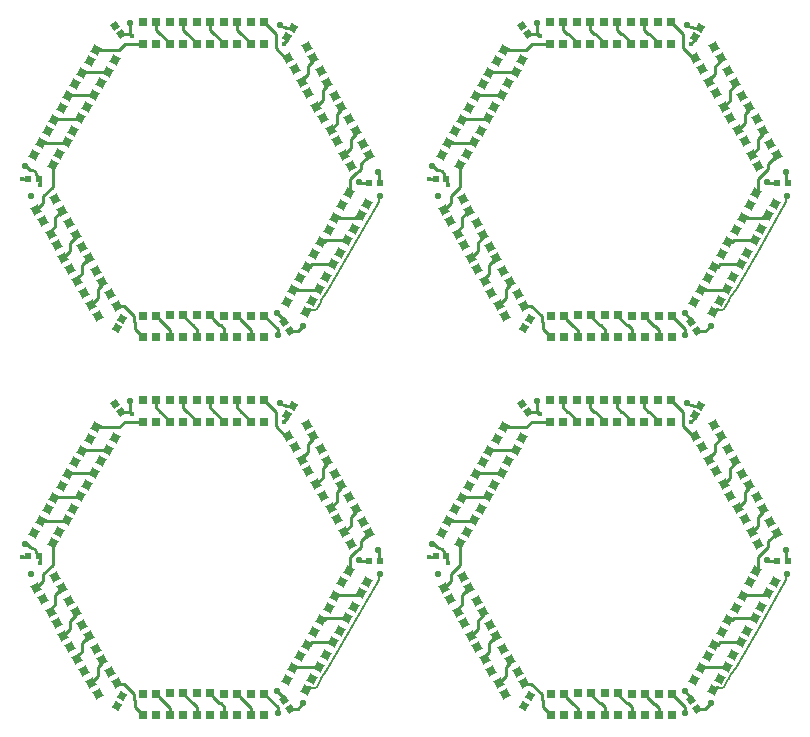
<source format=gbr>
G04 CAM350 V9.5.1 (Build 211) Date:  Sun Feb 09 09:32:50 2025 *
G04 Database: G:\2025-02-01  ºÏÆ´  ºÚÄ¤\2025-02-01-116\1.cam *
G04 Layer 3: GTL *
%FSLAX35Y35*%
%MOIN*%
%SFA1.000B1.000*%

%MIA0B0*%
%IPPOS*%
%AMD15*
4,1,4,0.01667,0.00447,-0.00447,0.01667,-0.01667,-0.00447,0.00447,-0.01667,0.01667,0.00447,0.00000*
%
%AMD16*
4,1,4,0.00300,0.01700,-0.01700,0.00300,-0.00300,-0.01700,0.01700,-0.00300,0.00300,0.01700,0.00000*
%
%AMD17*
4,1,4,0.01882,0.00504,-0.00504,0.01882,-0.01882,-0.00504,0.00504,-0.01882,0.01882,0.00504,0.00000*
%
%AMD18*
4,1,4,0.00504,0.01882,-0.01882,0.00504,-0.00504,-0.01882,0.01882,-0.00504,0.00504,0.01882,0.00000*
%
%AMOCTAGOND29*
4,1,8,0.00492,0.00984,-0.00492,0.00984,-0.00984,0.00492,-0.00984,-0.00492,-0.00492,-0.00984,0.00492,-0.00984,0.00984,-0.00492,0.00984,0.00492,0.00492,0.00984,0.00000*
%
%AMOCTAGOND30*
4,1,8,-0.00606,0.00918,-0.01099,0.00066,-0.00918,-0.00606,-0.00066,-0.01099,0.00606,-0.00918,0.01099,-0.00066,0.00918,0.00606,0.00066,0.01099,-0.00606,0.00918,0.00000*
%
%AMOCTAGOND31*
4,1,8,0.01089,0.00161,0.00524,0.00968,-0.00161,0.01089,-0.00968,0.00524,-0.01089,-0.00161,-0.00524,-0.00968,0.00161,-0.01089,0.00968,-0.00524,0.01089,0.00161,0.00000*
%
%ADD70C,0.00500*%
%ADD71C,0.01575*%
%ADD24C,0.01000*%
%ADD44R,0.02756X0.02756*%
%ADD45D15*%
%ADD46D16*%
%ADD47D17*%
%ADD48D18*%
%ADD49R,0.02441X0.02441*%
%ADD50OCTAGOND29*%
%ADD51OCTAGOND30*%
%ADD52OCTAGOND31*%
%LNGTL*%
%LPD*%
G54D70*
X121314Y44052D03*
G54D44*
X106600Y41963D03*
Y34759D03*
X102269D03*
Y41963D03*
X93244D03*
Y34759D03*
X97575D03*
Y41963D03*
X106431Y132695D03*
Y139900D03*
X102100D03*
Y132695D03*
X93100D03*
Y139900D03*
X97431D03*
Y132695D03*
X88431D03*
Y139900D03*
X84100D03*
Y132695D03*
X75100D03*
Y139900D03*
X79431D03*
Y132695D03*
X70431D03*
Y139900D03*
X66100D03*
Y132695D03*
X70500Y41963D03*
Y34759D03*
X66169D03*
Y41963D03*
X79525Y42064D03*
Y34859D03*
X75194D03*
Y42064D03*
X88550D03*
Y34859D03*
X84219D03*
Y42064D03*
G54D45*
X59186Y41034D03*
X57414Y37966D03*
X114314Y134866D03*
X116086Y137934D03*
G54D46*
X113084Y39851D03*
X115116Y36949D03*
X58716Y135749D03*
X56684Y138651D03*
G54D47*
X116264Y50430D03*
X122504Y46828D03*
X120339Y43077D03*
X114099Y46679D03*
X120765Y58330D03*
X127004Y54728D03*
X124839Y50977D03*
X118599Y54580D03*
X125464Y66430D03*
X131704Y62828D03*
X129539Y59077D03*
X123299Y62679D03*
X130165Y74430D03*
X136404Y70828D03*
X134239Y67077D03*
X127999Y70679D03*
X134736Y82788D03*
X140976Y79185D03*
X138810Y75435D03*
X132571Y79037D03*
X54592Y123354D03*
X48352Y126957D03*
X50518Y130707D03*
X56757Y127105D03*
X52057Y119405D03*
X45818Y123007D03*
X43652Y119257D03*
X49892Y115655D03*
X45292Y107755D03*
X39052Y111357D03*
X41218Y115107D03*
X47457Y111505D03*
X42893Y103693D03*
X36654Y107295D03*
X34489Y103545D03*
X40728Y99942D03*
X36092Y92054D03*
X29852Y95657D03*
X32018Y99407D03*
X38257Y95805D03*
G54D48*
X133193Y95709D03*
X139432Y99311D03*
X141598Y95561D03*
X135358Y91958D03*
X128693Y103809D03*
X134932Y107411D03*
X137098Y103661D03*
X130858Y100058D03*
X123893Y111709D03*
X130132Y115311D03*
X132298Y111561D03*
X126058Y107958D03*
X119128Y119842D03*
X125368Y123445D03*
X127533Y119694D03*
X121293Y116092D03*
X114493Y127909D03*
X120732Y131511D03*
X122898Y127761D03*
X116658Y124158D03*
X36863Y80793D03*
X30623Y77190D03*
X32789Y73440D03*
X39028Y77042D03*
X43728Y69042D03*
X37489Y65440D03*
X35323Y69190D03*
X41563Y72793D03*
X45863Y64893D03*
X39623Y61290D03*
X41789Y57540D03*
X48028Y61142D03*
X52628Y53242D03*
X46389Y49640D03*
X44223Y53390D03*
X50463Y56993D03*
X55198Y49126D03*
X48959Y45524D03*
X51124Y41773D03*
X57363Y45376D03*
G54D49*
X31400Y87700D03*
X27857D03*
X141628Y86100D03*
X145172D03*
G54D50*
X111680Y138955D03*
X119500Y38700D03*
X144500Y90000D03*
X111000Y35400D03*
X110900Y43000D03*
X26700Y92000D03*
X61800Y139500D03*
X28700Y81900D03*
G54D51*
X145000D03*
G54D52*
X138200Y86444D03*
G54D71*
X28700Y81900D03*
X56684Y138651D03*
X138200Y86444D03*
X144500Y90000D03*
X113000Y132400D03*
X59186Y41034D03*
X119500Y38700D03*
X110900Y43000D03*
X56757Y127105D03*
X52057Y119405D03*
X47536Y111493D03*
X42893Y103693D03*
X38257Y95805D03*
X37489Y65440D03*
X36863Y80793D03*
X41563Y72793D03*
X45863Y64893D03*
X50463Y56993D03*
X55198Y49126D03*
X66169Y41963D03*
X75194Y42064D03*
X84219D03*
X93244Y41963D03*
X102269D03*
X114099Y46679D03*
X118599Y54580D03*
X123299Y62679D03*
X127999Y70679D03*
X132799Y78579D03*
X135358Y91958D03*
X130858Y100058D03*
X126058Y107958D03*
X121293Y116092D03*
X116658Y124158D03*
X106431Y132695D03*
X97431D03*
X88431D03*
X79486Y132618D03*
X70431Y132695D03*
X62500Y135200D03*
X25712Y87500D03*
X31863Y85540D03*
X134932Y107411D03*
X139432Y99311D03*
X120732Y131511D03*
X125368Y123445D03*
X39052Y111357D03*
X43652Y119257D03*
X116086Y137934D03*
X57414Y37966D03*
X106600Y34759D03*
X97575D03*
X88550Y34859D03*
X79525D03*
X70500Y34759D03*
X51124Y41773D03*
X46389Y49640D03*
X41789Y57540D03*
X32789Y73440D03*
X29852Y95657D03*
X34489Y103545D03*
X48352Y126957D03*
X66100Y139900D03*
X75100D03*
X84100D03*
X93100D03*
X102100D03*
X130132Y115311D03*
X141204Y78728D03*
X136404Y70828D03*
X131704Y62828D03*
X127004Y54728D03*
X122504Y46828D03*
G54D70*
X257141Y44052D03*
G54D44*
X242427Y41963D03*
Y34759D03*
X238096D03*
Y41963D03*
X229071D03*
Y34759D03*
X233402D03*
Y41963D03*
X242258Y132695D03*
Y139900D03*
X237927D03*
Y132695D03*
X228927D03*
Y139900D03*
X233258D03*
Y132695D03*
X224258D03*
Y139900D03*
X219927D03*
Y132695D03*
X210927D03*
Y139900D03*
X215258D03*
Y132695D03*
X206258D03*
Y139900D03*
X201927D03*
Y132695D03*
X206327Y41963D03*
Y34759D03*
X201996D03*
Y41963D03*
X215352Y42064D03*
Y34859D03*
X211021D03*
Y42064D03*
X224377D03*
Y34859D03*
X220046D03*
Y42064D03*
G54D45*
X195013Y41034D03*
X193241Y37966D03*
X250141Y134866D03*
X251913Y137934D03*
G54D46*
X248911Y39851D03*
X250943Y36949D03*
X194543Y135749D03*
X192511Y138651D03*
G54D47*
X252091Y50430D03*
X258331Y46828D03*
X256166Y43077D03*
X249926Y46679D03*
X256592Y58330D03*
X262831Y54728D03*
X260666Y50977D03*
X254426Y54580D03*
X261291Y66430D03*
X267531Y62828D03*
X265366Y59077D03*
X259126Y62679D03*
X265992Y74430D03*
X272231Y70828D03*
X270066Y67077D03*
X263826Y70679D03*
X270563Y82788D03*
X276803Y79185D03*
X274637Y75435D03*
X268398Y79037D03*
X190419Y123354D03*
X184179Y126957D03*
X186345Y130707D03*
X192584Y127105D03*
X187884Y119405D03*
X181645Y123007D03*
X179479Y119257D03*
X185719Y115655D03*
X181119Y107755D03*
X174879Y111357D03*
X177045Y115107D03*
X183284Y111505D03*
X178720Y103693D03*
X172481Y107295D03*
X170316Y103545D03*
X176555Y99942D03*
X171919Y92054D03*
X165679Y95657D03*
X167845Y99407D03*
X174084Y95805D03*
G54D48*
X269020Y95709D03*
X275259Y99311D03*
X277425Y95561D03*
X271185Y91958D03*
X264520Y103809D03*
X270759Y107411D03*
X272925Y103661D03*
X266685Y100058D03*
X259720Y111709D03*
X265959Y115311D03*
X268125Y111561D03*
X261885Y107958D03*
X254955Y119842D03*
X261195Y123445D03*
X263360Y119694D03*
X257120Y116092D03*
X250320Y127909D03*
X256559Y131511D03*
X258725Y127761D03*
X252485Y124158D03*
X172690Y80793D03*
X166450Y77190D03*
X168616Y73440D03*
X174855Y77042D03*
X179555Y69042D03*
X173316Y65440D03*
X171150Y69190D03*
X177390Y72793D03*
X181690Y64893D03*
X175450Y61290D03*
X177616Y57540D03*
X183855Y61142D03*
X188455Y53242D03*
X182216Y49640D03*
X180050Y53390D03*
X186290Y56993D03*
X191025Y49126D03*
X184786Y45524D03*
X186951Y41773D03*
X193190Y45376D03*
G54D49*
X167227Y87700D03*
X163684D03*
X277455Y86100D03*
X280999D03*
G54D50*
X247507Y138955D03*
X255327Y38700D03*
X280327Y90000D03*
X246827Y35400D03*
X246727Y43000D03*
X162527Y92000D03*
X197627Y139500D03*
X164527Y81900D03*
G54D51*
X280827D03*
G54D52*
X274027Y86444D03*
G54D71*
X164527Y81900D03*
X192511Y138651D03*
X274027Y86444D03*
X280327Y90000D03*
X248827Y132400D03*
X195013Y41034D03*
X255327Y38700D03*
X246727Y43000D03*
X192584Y127105D03*
X187884Y119405D03*
X183363Y111493D03*
X178720Y103693D03*
X174084Y95805D03*
X173316Y65440D03*
X172690Y80793D03*
X177390Y72793D03*
X181690Y64893D03*
X186290Y56993D03*
X191025Y49126D03*
X201996Y41963D03*
X211021Y42064D03*
X220046D03*
X229071Y41963D03*
X238096D03*
X249926Y46679D03*
X254426Y54580D03*
X259126Y62679D03*
X263826Y70679D03*
X268626Y78579D03*
X271185Y91958D03*
X266685Y100058D03*
X261885Y107958D03*
X257120Y116092D03*
X252485Y124158D03*
X242258Y132695D03*
X233258D03*
X224258D03*
X215313Y132618D03*
X206258Y132695D03*
X198327Y135200D03*
X161539Y87500D03*
X167690Y85540D03*
X270759Y107411D03*
X275259Y99311D03*
X256559Y131511D03*
X261195Y123445D03*
X174879Y111357D03*
X179479Y119257D03*
X251913Y137934D03*
X193241Y37966D03*
X242427Y34759D03*
X233402D03*
X224377Y34859D03*
X215352D03*
X206327Y34759D03*
X186951Y41773D03*
X182216Y49640D03*
X177616Y57540D03*
X168616Y73440D03*
X165679Y95657D03*
X170316Y103545D03*
X184179Y126957D03*
X201927Y139900D03*
X210927D03*
X219927D03*
X228927D03*
X237927D03*
X265959Y115311D03*
X277031Y78728D03*
X272231Y70828D03*
X267531Y62828D03*
X262831Y54728D03*
X258331Y46828D03*
G54D70*
X121314Y170036D03*
G54D44*
X106600Y167947D03*
Y160743D03*
X102269D03*
Y167947D03*
X93244D03*
Y160743D03*
X97575D03*
Y167947D03*
X106431Y258679D03*
Y265884D03*
X102100D03*
Y258679D03*
X93100D03*
Y265884D03*
X97431D03*
Y258679D03*
X88431D03*
Y265884D03*
X84100D03*
Y258679D03*
X75100D03*
Y265884D03*
X79431D03*
Y258679D03*
X70431D03*
Y265884D03*
X66100D03*
Y258679D03*
X70500Y167947D03*
Y160743D03*
X66169D03*
Y167947D03*
X79525Y168048D03*
Y160843D03*
X75194D03*
Y168048D03*
X88550D03*
Y160843D03*
X84219D03*
Y168048D03*
G54D45*
X59186Y167018D03*
X57414Y163950D03*
X114314Y260850D03*
X116086Y263918D03*
G54D46*
X113084Y165835D03*
X115116Y162933D03*
X58716Y261733D03*
X56684Y264635D03*
G54D47*
X116264Y176414D03*
X122504Y172812D03*
X120339Y169061D03*
X114099Y172663D03*
X120765Y184314D03*
X127004Y180712D03*
X124839Y176961D03*
X118599Y180564D03*
X125464Y192414D03*
X131704Y188812D03*
X129539Y185061D03*
X123299Y188663D03*
X130165Y200414D03*
X136404Y196812D03*
X134239Y193061D03*
X127999Y196663D03*
X134736Y208772D03*
X140976Y205169D03*
X138810Y201419D03*
X132571Y205021D03*
X54592Y249338D03*
X48352Y252941D03*
X50518Y256691D03*
X56757Y253089D03*
X52057Y245389D03*
X45818Y248991D03*
X43652Y245241D03*
X49892Y241639D03*
X45292Y233739D03*
X39052Y237341D03*
X41218Y241091D03*
X47457Y237489D03*
X42893Y229677D03*
X36654Y233279D03*
X34489Y229529D03*
X40728Y225926D03*
X36092Y218038D03*
X29852Y221641D03*
X32018Y225391D03*
X38257Y221789D03*
G54D48*
X133193Y221693D03*
X139432Y225295D03*
X141598Y221545D03*
X135358Y217942D03*
X128693Y229793D03*
X134932Y233395D03*
X137098Y229645D03*
X130858Y226042D03*
X123893Y237693D03*
X130132Y241295D03*
X132298Y237545D03*
X126058Y233942D03*
X119128Y245826D03*
X125368Y249429D03*
X127533Y245678D03*
X121293Y242076D03*
X114493Y253893D03*
X120732Y257495D03*
X122898Y253745D03*
X116658Y250142D03*
X36863Y206777D03*
X30623Y203174D03*
X32789Y199424D03*
X39028Y203026D03*
X43728Y195026D03*
X37489Y191424D03*
X35323Y195174D03*
X41563Y198777D03*
X45863Y190877D03*
X39623Y187274D03*
X41789Y183524D03*
X48028Y187126D03*
X52628Y179226D03*
X46389Y175624D03*
X44223Y179374D03*
X50463Y182977D03*
X55198Y175110D03*
X48959Y171508D03*
X51124Y167757D03*
X57363Y171360D03*
G54D49*
X31400Y213684D03*
X27857D03*
X141628Y212084D03*
X145172D03*
G54D50*
X111680Y264939D03*
X119500Y164684D03*
X144500Y215984D03*
X111000Y161384D03*
X110900Y168984D03*
X26700Y217984D03*
X61800Y265484D03*
X28700Y207884D03*
G54D51*
X145000D03*
G54D52*
X138200Y212428D03*
G54D71*
X28700Y207884D03*
X56684Y264635D03*
X138200Y212428D03*
X144500Y215984D03*
X113000Y258384D03*
X59186Y167018D03*
X119500Y164684D03*
X110900Y168984D03*
X56757Y253089D03*
X52057Y245389D03*
X47536Y237477D03*
X42893Y229677D03*
X38257Y221789D03*
X37489Y191424D03*
X36863Y206777D03*
X41563Y198777D03*
X45863Y190877D03*
X50463Y182977D03*
X55198Y175110D03*
X66169Y167947D03*
X75194Y168048D03*
X84219D03*
X93244Y167947D03*
X102269D03*
X114099Y172663D03*
X118599Y180564D03*
X123299Y188663D03*
X127999Y196663D03*
X132799Y204563D03*
X135358Y217942D03*
X130858Y226042D03*
X126058Y233942D03*
X121293Y242076D03*
X116658Y250142D03*
X106431Y258679D03*
X97431D03*
X88431D03*
X79486Y258602D03*
X70431Y258679D03*
X62500Y261184D03*
X25712Y213484D03*
X31863Y211524D03*
X134932Y233395D03*
X139432Y225295D03*
X120732Y257495D03*
X125368Y249429D03*
X39052Y237341D03*
X43652Y245241D03*
X116086Y263918D03*
X57414Y163950D03*
X106600Y160743D03*
X97575D03*
X88550Y160843D03*
X79525D03*
X70500Y160743D03*
X51124Y167757D03*
X46389Y175624D03*
X41789Y183524D03*
X32789Y199424D03*
X29852Y221641D03*
X34489Y229529D03*
X48352Y252941D03*
X66100Y265884D03*
X75100D03*
X84100D03*
X93100D03*
X102100D03*
X130132Y241295D03*
X141204Y204712D03*
X136404Y196812D03*
X131704Y188812D03*
X127004Y180712D03*
X122504Y172812D03*
G54D70*
X257141Y170036D03*
G54D44*
X242427Y167947D03*
Y160743D03*
X238096D03*
Y167947D03*
X229071D03*
Y160743D03*
X233402D03*
Y167947D03*
X242258Y258679D03*
Y265884D03*
X237927D03*
Y258679D03*
X228927D03*
Y265884D03*
X233258D03*
Y258679D03*
X224258D03*
Y265884D03*
X219927D03*
Y258679D03*
X210927D03*
Y265884D03*
X215258D03*
Y258679D03*
X206258D03*
Y265884D03*
X201927D03*
Y258679D03*
X206327Y167947D03*
Y160743D03*
X201996D03*
Y167947D03*
X215352Y168048D03*
Y160843D03*
X211021D03*
Y168048D03*
X224377D03*
Y160843D03*
X220046D03*
Y168048D03*
G54D45*
X195013Y167018D03*
X193241Y163950D03*
X250141Y260850D03*
X251913Y263918D03*
G54D46*
X248911Y165835D03*
X250943Y162933D03*
X194543Y261733D03*
X192511Y264635D03*
G54D47*
X252091Y176414D03*
X258331Y172812D03*
X256166Y169061D03*
X249926Y172663D03*
X256592Y184314D03*
X262831Y180712D03*
X260666Y176961D03*
X254426Y180564D03*
X261291Y192414D03*
X267531Y188812D03*
X265366Y185061D03*
X259126Y188663D03*
X265992Y200414D03*
X272231Y196812D03*
X270066Y193061D03*
X263826Y196663D03*
X270563Y208772D03*
X276803Y205169D03*
X274637Y201419D03*
X268398Y205021D03*
X190419Y249338D03*
X184179Y252941D03*
X186345Y256691D03*
X192584Y253089D03*
X187884Y245389D03*
X181645Y248991D03*
X179479Y245241D03*
X185719Y241639D03*
X181119Y233739D03*
X174879Y237341D03*
X177045Y241091D03*
X183284Y237489D03*
X178720Y229677D03*
X172481Y233279D03*
X170316Y229529D03*
X176555Y225926D03*
X171919Y218038D03*
X165679Y221641D03*
X167845Y225391D03*
X174084Y221789D03*
G54D48*
X269020Y221693D03*
X275259Y225295D03*
X277425Y221545D03*
X271185Y217942D03*
X264520Y229793D03*
X270759Y233395D03*
X272925Y229645D03*
X266685Y226042D03*
X259720Y237693D03*
X265959Y241295D03*
X268125Y237545D03*
X261885Y233942D03*
X254955Y245826D03*
X261195Y249429D03*
X263360Y245678D03*
X257120Y242076D03*
X250320Y253893D03*
X256559Y257495D03*
X258725Y253745D03*
X252485Y250142D03*
X172690Y206777D03*
X166450Y203174D03*
X168616Y199424D03*
X174855Y203026D03*
X179555Y195026D03*
X173316Y191424D03*
X171150Y195174D03*
X177390Y198777D03*
X181690Y190877D03*
X175450Y187274D03*
X177616Y183524D03*
X183855Y187126D03*
X188455Y179226D03*
X182216Y175624D03*
X180050Y179374D03*
X186290Y182977D03*
X191025Y175110D03*
X184786Y171508D03*
X186951Y167757D03*
X193190Y171360D03*
G54D49*
X167227Y213684D03*
X163684D03*
X277455Y212084D03*
X280999D03*
G54D50*
X247507Y264939D03*
X255327Y164684D03*
X280327Y215984D03*
X246827Y161384D03*
X246727Y168984D03*
X162527Y217984D03*
X197627Y265484D03*
X164527Y207884D03*
G54D51*
X280827D03*
G54D52*
X274027Y212428D03*
G54D71*
X164527Y207884D03*
X192511Y264635D03*
X274027Y212428D03*
X280327Y215984D03*
X248827Y258384D03*
X195013Y167018D03*
X255327Y164684D03*
X246727Y168984D03*
X192584Y253089D03*
X187884Y245389D03*
X183363Y237477D03*
X178720Y229677D03*
X174084Y221789D03*
X173316Y191424D03*
X172690Y206777D03*
X177390Y198777D03*
X181690Y190877D03*
X186290Y182977D03*
X191025Y175110D03*
X201996Y167947D03*
X211021Y168048D03*
X220046D03*
X229071Y167947D03*
X238096D03*
X249926Y172663D03*
X254426Y180564D03*
X259126Y188663D03*
X263826Y196663D03*
X268626Y204563D03*
X271185Y217942D03*
X266685Y226042D03*
X261885Y233942D03*
X257120Y242076D03*
X252485Y250142D03*
X242258Y258679D03*
X233258D03*
X224258D03*
X215313Y258602D03*
X206258Y258679D03*
X198327Y261184D03*
X161539Y213484D03*
X167690Y211524D03*
X270759Y233395D03*
X275259Y225295D03*
X256559Y257495D03*
X261195Y249429D03*
X174879Y237341D03*
X179479Y245241D03*
X251913Y263918D03*
X193241Y163950D03*
X242427Y160743D03*
X233402D03*
X224377Y160843D03*
X215352D03*
X206327Y160743D03*
X186951Y167757D03*
X182216Y175624D03*
X177616Y183524D03*
X168616Y199424D03*
X165679Y221641D03*
X170316Y229529D03*
X184179Y252941D03*
X201927Y265884D03*
X210927D03*
X219927D03*
X228927D03*
X237927D03*
X265959Y241295D03*
X277031Y204712D03*
X272231Y196812D03*
X267531Y188812D03*
X262831Y180712D03*
X258331Y172812D03*
G54D24*
X112094Y138601D02*
G01X113064Y138106D01*
X113325Y138059*
X113978Y138029D02*
G01X113941Y138031D01*
X61800Y136890D02*
G01X61982Y135975D01*
X62500Y135200*
X27393Y91707D02*
G01X27184Y91867D01*
X30557Y89164D02*
G01X30050Y90062D01*
X29083Y90421*
X28391Y90709D02*
G01X29083Y90421D01*
X138200Y86444D02*
G01X139032Y86100D01*
X113325Y138059D02*
G01X113941Y138031D01*
X111680Y138955D02*
G01X112094Y138601D01*
X113978Y138029D02*
G01X115254Y137934D01*
X116086*
X62344Y135200D02*
G01X62500D01*
X61800Y136890D02*
G01Y139500D01*
X26700Y92000D02*
G01X27184Y91867D01*
X30557Y89164D02*
G01X30680Y88420D01*
X27393Y91707D02*
G01X28391Y90709D01*
X30680Y88420D02*
G01X31400Y87700D01*
X138500Y86900D02*
G01X138578Y86822D01*
X139032Y86100D02*
G01X141628D01*
X135194Y87694D02*
G01X137196Y89696D01*
X138162Y90254D02*
G01X138741Y90833D01*
Y92703*
X137196Y89696D02*
G01X138162Y90254D01*
X135194Y82559D02*
G01Y87694D01*
X138741Y92703D02*
G01X141598Y95561D01*
X144500Y90000D02*
G01X144785Y89715D01*
Y86487D02*
G01Y89715D01*
Y86487D02*
G01X145172Y86100D01*
X106600Y41963D02*
G01X111000Y37563D01*
Y35400D02*
G01Y37563D01*
X115116Y36949D02*
G01X117749D01*
X119500Y38700*
X110900Y42801D02*
G01Y43000D01*
X113084Y39851D02*
G01Y40617D01*
X110900Y42801D02*
G01X113084Y40617D01*
X114314Y133938D02*
G01Y134866D01*
X113110Y132734D02*
G01X114314Y133938D01*
X113110Y132510D02*
G01Y132734D01*
X113000Y132400D02*
G01X113110Y132510D01*
X110400Y131145D02*
G01Y135931D01*
Y131145D02*
G01X113636Y127909D01*
X114493*
X59794Y45298D02*
G01X63291Y41800D01*
Y39964D02*
G01X63500Y39755D01*
X63291Y39964D02*
G01Y41800D01*
X57441Y45298D02*
G01X59794D01*
X57363Y45376D02*
G01X57441Y45298D01*
X63500Y37428D02*
G01Y39755D01*
X39623Y61290D02*
G01X41947Y63614D01*
Y66315*
X43728Y68097*
Y69042*
X35323Y70275D02*
G01X36774Y71726D01*
Y74788D02*
G01X39028Y77042D01*
X35323Y69190D02*
G01Y70275D01*
X36774Y71726D02*
G01Y74788D01*
X61796Y135749D02*
G01X62344Y135200D01*
X58716Y135749D02*
G01X61796D01*
X59994Y132695D02*
G01X66100D01*
X58006Y130707D02*
G01X59994Y132695D01*
X106431Y139900D02*
G01X110400Y135931D01*
X50518Y130707D02*
G01X58006D01*
X25812Y87600D02*
G01X27757D01*
X25712Y87500D02*
G01X25812Y87600D01*
X27757D02*
G01X27857Y87700D01*
X32860Y81760D02*
G01X36092Y84992D01*
Y92054*
X32860Y79461D02*
G01Y81760D01*
X30623Y77190D02*
G01Y77224D01*
X32860Y79461*
X31753Y85650D02*
G01X31863Y85540D01*
X31753Y85650D02*
G01Y87347D01*
X31400Y87700D02*
G01X31753Y87347D01*
X63500Y37428D02*
G01X66169Y34759D01*
X133193Y95709D02*
G01X135447Y97963D01*
X137098Y102576D02*
G01Y103661D01*
X135447Y100925D02*
G01X137098Y102576D01*
X135447Y97963D02*
G01Y100925D01*
X132298Y110476D02*
G01Y111561D01*
X130947Y109125D02*
G01X132298Y110476D01*
X127533Y118609D02*
G01Y119694D01*
X126147Y117223D02*
G01X127533Y118609D01*
X121013Y125137D02*
G01X122898Y127022D01*
Y127761*
X121013Y122466D02*
G01Y125137D01*
X119128Y119842D02*
G01Y120581D01*
X121013Y122466*
X98453Y40903D02*
G01X100739Y38617D01*
X100922*
X102269Y37269*
Y34759D02*
G01Y37269D01*
X97575Y41963D02*
G01X98453Y41085D01*
Y40903D02*
G01Y41085D01*
X89428Y40903D02*
G01Y41186D01*
X92080Y38800D02*
G01X93244Y37637D01*
Y34759D02*
G01Y37637D01*
X88550Y42064D02*
G01X89428Y41186D01*
Y40903D02*
G01X91530Y38800D01*
X92080*
X79525Y42064D02*
G01X80403Y41186D01*
X82689Y38717D02*
G01X82872D01*
X84219Y34859D02*
G01Y37369D01*
X80403Y41003D02*
G01Y41186D01*
Y41003D02*
G01X82689Y38717D01*
X82872D02*
G01X84219Y37369D01*
X75194Y34859D02*
G01Y37269D01*
X70500Y41963D02*
G01X71378Y41085D01*
Y41003D02*
G01Y41085D01*
Y41003D02*
G01X73714Y38667D01*
X73797*
X75194Y37269*
X51213Y50742D02*
G01X52628Y52157D01*
X51213Y47778D02*
G01Y50742D01*
X48959Y45524D02*
G01X51213Y47778D01*
X52628Y52157D02*
G01Y53242D01*
X44223Y54475D02*
G01X45774Y56026D01*
X44223Y53390D02*
G01Y54475D01*
X45774Y58888D02*
G01X48028Y61142D01*
X45774Y56026D02*
G01Y58888D01*
X32018Y99407D02*
G01X32285Y99675D01*
X39961Y100675D02*
G01X40228Y100942D01*
X32285Y99675D02*
G01X40461D01*
X36884Y107525D02*
G01X45062D01*
X36654Y107295D02*
G01X36884Y107525D01*
X44562Y108525D02*
G01X44792Y108755D01*
X41491Y115381D02*
G01X49618D01*
X40718Y116107D02*
G01X40991Y116381D01*
X49618Y115381D02*
G01X49892Y115655D01*
X53918Y124181D02*
G01X54092Y124355D01*
X45818Y123007D02*
G01X45991Y123181D01*
X54418*
X74222Y133573D02*
G01Y133781D01*
X71974Y136030D02*
G01X74222Y133781D01*
X70431Y137365D02*
G01Y139900D01*
X74222Y133573D02*
G01X75100Y132695D01*
X71766Y136030D02*
G01X71974D01*
X70431Y137365D02*
G01X71766Y136030D01*
X83222Y133573D02*
G01Y133781D01*
X79431Y137364D02*
G01Y139900D01*
X83222Y133573D02*
G01X84100Y132695D01*
X80974Y136030D02*
G01X83222Y133781D01*
X80766Y136030D02*
G01X80974D01*
X79431Y137364D02*
G01X80766Y136030D01*
X92222Y133573D02*
G01X93100Y132695D01*
X88431Y137365D02*
G01X89766Y136030D01*
X88431Y137365D02*
G01Y139900D01*
X92222Y133573D02*
G01Y133781D01*
X89974Y136030D02*
G01X92222Y133781D01*
X89766Y136030D02*
G01X89974D01*
X101222Y133573D02*
G01X102100Y132695D01*
X98974Y136030D02*
G01X101222Y133781D01*
X97431Y137365D02*
G01X98766Y136030D01*
X97431Y137365D02*
G01Y139900D01*
X101222Y133573D02*
G01Y133781D01*
X98766Y136030D02*
G01X98974D01*
X123893Y111709D02*
G01X126147Y113963D01*
Y117223*
X130947Y106063D02*
G01Y109125D01*
X128693Y103809D02*
G01X130947Y106063D01*
X130438Y74704D02*
G01X138765D01*
X139039Y74977*
X127197Y67077D02*
G01X134239D01*
X125464Y66430D02*
G01X126549D01*
X127197Y67077*
X122597Y59077D02*
G01X129539D01*
X120765Y58330D02*
G01X121850D01*
X122597Y59077*
X116264Y50430D02*
G01X116538Y50704D01*
X124565*
X124839Y50977*
G54D70*
X144763Y80127D02*
G01X144800Y80316D01*
X144763Y80126D02*
G01Y80127D01*
X143767Y78135D02*
G01X143765Y78132D01*
X126413Y48446D02*
G01X126395Y48417D01*
X125636Y47103D02*
G01X125589Y46993D01*
X125469Y46707D02*
G01X125589Y46993D01*
X127895Y50647D02*
G01X127914Y50676D01*
X122386Y43861D02*
G01X123333Y43738D01*
X124091Y44320*
X121914Y44131D02*
G01X121314Y44052D01*
X144356Y79155D02*
G01X144384Y79211D01*
X144763Y80126D02*
G01Y80127D01*
X144384Y79211D02*
G01X144763Y80126D01*
X143767Y78135D02*
G01X144356Y79155D01*
X135217Y63326D02*
G01X143765Y78132D01*
X125636Y47103D02*
G01X126395Y48417D01*
X124091Y44320D02*
G01X125469Y46707D01*
X127914Y50676D02*
G01X135217Y63326D01*
X126413Y48446D02*
G01X127895Y50647D01*
X121914Y44131D02*
G01X122386Y43861D01*
X120339Y43077D02*
G01X121314Y44052D01*
X144800Y80316D02*
G01Y81800D01*
G54D24*
X247921Y138601D02*
G01X248891Y138106D01*
X249152Y138059*
X249805Y138029D02*
G01X249768Y138031D01*
X197627Y136890D02*
G01X197809Y135975D01*
X198327Y135200*
X163220Y91707D02*
G01X163011Y91867D01*
X166384Y89164D02*
G01X165877Y90062D01*
X164910Y90421*
X164218Y90709D02*
G01X164910Y90421D01*
X274027Y86444D02*
G01X274859Y86100D01*
X249152Y138059D02*
G01X249768Y138031D01*
X247507Y138955D02*
G01X247921Y138601D01*
X249805Y138029D02*
G01X251081Y137934D01*
X251913*
X198171Y135200D02*
G01X198327D01*
X197627Y136890D02*
G01Y139500D01*
X162527Y92000D02*
G01X163011Y91867D01*
X166384Y89164D02*
G01X166507Y88420D01*
X163220Y91707D02*
G01X164218Y90709D01*
X166507Y88420D02*
G01X167227Y87700D01*
X274327Y86900D02*
G01X274405Y86822D01*
X274859Y86100D02*
G01X277455D01*
X271021Y87694D02*
G01X273023Y89696D01*
X273989Y90254D02*
G01X274568Y90833D01*
Y92703*
X273023Y89696D02*
G01X273989Y90254D01*
X271021Y82559D02*
G01Y87694D01*
X274568Y92703D02*
G01X277425Y95561D01*
X280327Y90000D02*
G01X280612Y89715D01*
Y86487D02*
G01Y89715D01*
Y86487D02*
G01X280999Y86100D01*
X242427Y41963D02*
G01X246827Y37563D01*
Y35400D02*
G01Y37563D01*
X250943Y36949D02*
G01X253576D01*
X255327Y38700*
X246727Y42801D02*
G01Y43000D01*
X248911Y39851D02*
G01Y40617D01*
X246727Y42801D02*
G01X248911Y40617D01*
X250141Y133938D02*
G01Y134866D01*
X248937Y132734D02*
G01X250141Y133938D01*
X248937Y132510D02*
G01Y132734D01*
X248827Y132400D02*
G01X248937Y132510D01*
X246227Y131145D02*
G01Y135931D01*
Y131145D02*
G01X249463Y127909D01*
X250320*
X195621Y45298D02*
G01X199118Y41800D01*
Y39964D02*
G01X199327Y39755D01*
X199118Y39964D02*
G01Y41800D01*
X193268Y45298D02*
G01X195621D01*
X193190Y45376D02*
G01X193268Y45298D01*
X199327Y37428D02*
G01Y39755D01*
X175450Y61290D02*
G01X177774Y63614D01*
Y66315*
X179555Y68097*
Y69042*
X171150Y70275D02*
G01X172601Y71726D01*
Y74788D02*
G01X174855Y77042D01*
X171150Y69190D02*
G01Y70275D01*
X172601Y71726D02*
G01Y74788D01*
X197623Y135749D02*
G01X198171Y135200D01*
X194543Y135749D02*
G01X197623D01*
X195821Y132695D02*
G01X201927D01*
X193833Y130707D02*
G01X195821Y132695D01*
X242258Y139900D02*
G01X246227Y135931D01*
X186345Y130707D02*
G01X193833D01*
X161639Y87600D02*
G01X163584D01*
X161539Y87500D02*
G01X161639Y87600D01*
X163584D02*
G01X163684Y87700D01*
X168687Y81760D02*
G01X171919Y84992D01*
Y92054*
X168687Y79461D02*
G01Y81760D01*
X166450Y77190D02*
G01Y77224D01*
X168687Y79461*
X167580Y85650D02*
G01X167690Y85540D01*
X167580Y85650D02*
G01Y87347D01*
X167227Y87700D02*
G01X167580Y87347D01*
X199327Y37428D02*
G01X201996Y34759D01*
X269020Y95709D02*
G01X271274Y97963D01*
X272925Y102576D02*
G01Y103661D01*
X271274Y100925D02*
G01X272925Y102576D01*
X271274Y97963D02*
G01Y100925D01*
X268125Y110476D02*
G01Y111561D01*
X266774Y109125D02*
G01X268125Y110476D01*
X263360Y118609D02*
G01Y119694D01*
X261974Y117223D02*
G01X263360Y118609D01*
X256840Y125137D02*
G01X258725Y127022D01*
Y127761*
X256840Y122466D02*
G01Y125137D01*
X254955Y119842D02*
G01Y120581D01*
X256840Y122466*
X234280Y40903D02*
G01X236566Y38617D01*
X236749*
X238096Y37269*
Y34759D02*
G01Y37269D01*
X233402Y41963D02*
G01X234280Y41085D01*
Y40903D02*
G01Y41085D01*
X225255Y40903D02*
G01Y41186D01*
X227907Y38800D02*
G01X229071Y37637D01*
Y34759D02*
G01Y37637D01*
X224377Y42064D02*
G01X225255Y41186D01*
Y40903D02*
G01X227357Y38800D01*
X227907*
X215352Y42064D02*
G01X216230Y41186D01*
X218516Y38717D02*
G01X218699D01*
X220046Y34859D02*
G01Y37369D01*
X216230Y41003D02*
G01Y41186D01*
Y41003D02*
G01X218516Y38717D01*
X218699D02*
G01X220046Y37369D01*
X211021Y34859D02*
G01Y37269D01*
X206327Y41963D02*
G01X207205Y41085D01*
Y41003D02*
G01Y41085D01*
Y41003D02*
G01X209541Y38667D01*
X209624*
X211021Y37269*
X187040Y50742D02*
G01X188455Y52157D01*
X187040Y47778D02*
G01Y50742D01*
X184786Y45524D02*
G01X187040Y47778D01*
X188455Y52157D02*
G01Y53242D01*
X180050Y54475D02*
G01X181601Y56026D01*
X180050Y53390D02*
G01Y54475D01*
X181601Y58888D02*
G01X183855Y61142D01*
X181601Y56026D02*
G01Y58888D01*
X167845Y99407D02*
G01X168112Y99675D01*
X175788Y100675D02*
G01X176055Y100942D01*
X168112Y99675D02*
G01X176288D01*
X172711Y107525D02*
G01X180889D01*
X172481Y107295D02*
G01X172711Y107525D01*
X180389Y108525D02*
G01X180619Y108755D01*
X177318Y115381D02*
G01X185445D01*
X176545Y116107D02*
G01X176818Y116381D01*
X185445Y115381D02*
G01X185719Y115655D01*
X189745Y124181D02*
G01X189919Y124355D01*
X181645Y123007D02*
G01X181818Y123181D01*
X190245*
X210049Y133573D02*
G01Y133781D01*
X207801Y136030D02*
G01X210049Y133781D01*
X206258Y137365D02*
G01Y139900D01*
X210049Y133573D02*
G01X210927Y132695D01*
X207593Y136030D02*
G01X207801D01*
X206258Y137365D02*
G01X207593Y136030D01*
X219049Y133573D02*
G01Y133781D01*
X215258Y137364D02*
G01Y139900D01*
X219049Y133573D02*
G01X219927Y132695D01*
X216801Y136030D02*
G01X219049Y133781D01*
X216593Y136030D02*
G01X216801D01*
X215258Y137364D02*
G01X216593Y136030D01*
X228049Y133573D02*
G01X228927Y132695D01*
X224258Y137365D02*
G01X225593Y136030D01*
X224258Y137365D02*
G01Y139900D01*
X228049Y133573D02*
G01Y133781D01*
X225801Y136030D02*
G01X228049Y133781D01*
X225593Y136030D02*
G01X225801D01*
X237049Y133573D02*
G01X237927Y132695D01*
X234801Y136030D02*
G01X237049Y133781D01*
X233258Y137365D02*
G01X234593Y136030D01*
X233258Y137365D02*
G01Y139900D01*
X237049Y133573D02*
G01Y133781D01*
X234593Y136030D02*
G01X234801D01*
X259720Y111709D02*
G01X261974Y113963D01*
Y117223*
X266774Y106063D02*
G01Y109125D01*
X264520Y103809D02*
G01X266774Y106063D01*
X266265Y74704D02*
G01X274592D01*
X274866Y74977*
X263024Y67077D02*
G01X270066D01*
X261291Y66430D02*
G01X262376D01*
X263024Y67077*
X258424Y59077D02*
G01X265366D01*
X256592Y58330D02*
G01X257677D01*
X258424Y59077*
X252091Y50430D02*
G01X252365Y50704D01*
X260392*
X260666Y50977*
G54D70*
X280590Y80127D02*
G01X280627Y80316D01*
X280590Y80126D02*
G01Y80127D01*
X279594Y78135D02*
G01X279592Y78132D01*
X262240Y48446D02*
G01X262222Y48417D01*
X261463Y47103D02*
G01X261416Y46993D01*
X261296Y46707D02*
G01X261416Y46993D01*
X263722Y50647D02*
G01X263741Y50676D01*
X258213Y43861D02*
G01X259160Y43738D01*
X259918Y44320*
X257741Y44131D02*
G01X257141Y44052D01*
X280183Y79155D02*
G01X280211Y79211D01*
X280590Y80126D02*
G01Y80127D01*
X280211Y79211D02*
G01X280590Y80126D01*
X279594Y78135D02*
G01X280183Y79155D01*
X271044Y63326D02*
G01X279592Y78132D01*
X261463Y47103D02*
G01X262222Y48417D01*
X259918Y44320D02*
G01X261296Y46707D01*
X263741Y50676D02*
G01X271044Y63326D01*
X262240Y48446D02*
G01X263722Y50647D01*
X257741Y44131D02*
G01X258213Y43861D01*
X256166Y43077D02*
G01X257141Y44052D01*
X280627Y80316D02*
G01Y81800D01*
G54D24*
X112094Y264585D02*
G01X113064Y264090D01*
X113325Y264043*
X113978Y264013D02*
G01X113941Y264015D01*
X61800Y262874D02*
G01X61982Y261959D01*
X62500Y261184*
X27393Y217691D02*
G01X27184Y217851D01*
X30557Y215148D02*
G01X30050Y216046D01*
X29083Y216405*
X28391Y216693D02*
G01X29083Y216405D01*
X138200Y212428D02*
G01X139032Y212084D01*
X113325Y264043D02*
G01X113941Y264015D01*
X111680Y264939D02*
G01X112094Y264585D01*
X113978Y264013D02*
G01X115254Y263918D01*
X116086*
X62344Y261184D02*
G01X62500D01*
X61800Y262874D02*
G01Y265484D01*
X26700Y217984D02*
G01X27184Y217851D01*
X30557Y215148D02*
G01X30680Y214404D01*
X27393Y217691D02*
G01X28391Y216693D01*
X30680Y214404D02*
G01X31400Y213684D01*
X138500Y212884D02*
G01X138578Y212806D01*
X139032Y212084D02*
G01X141628D01*
X135194Y213678D02*
G01X137196Y215680D01*
X138162Y216238D02*
G01X138741Y216817D01*
Y218687*
X137196Y215680D02*
G01X138162Y216238D01*
X135194Y208543D02*
G01Y213678D01*
X138741Y218687D02*
G01X141598Y221545D01*
X144500Y215984D02*
G01X144785Y215699D01*
Y212471D02*
G01Y215699D01*
Y212471D02*
G01X145172Y212084D01*
X106600Y167947D02*
G01X111000Y163547D01*
Y161384D02*
G01Y163547D01*
X115116Y162933D02*
G01X117749D01*
X119500Y164684*
X110900Y168785D02*
G01Y168984D01*
X113084Y165835D02*
G01Y166601D01*
X110900Y168785D02*
G01X113084Y166601D01*
X114314Y259922D02*
G01Y260850D01*
X113110Y258718D02*
G01X114314Y259922D01*
X113110Y258494D02*
G01Y258718D01*
X113000Y258384D02*
G01X113110Y258494D01*
X110400Y257129D02*
G01Y261915D01*
Y257129D02*
G01X113636Y253893D01*
X114493*
X59794Y171282D02*
G01X63291Y167784D01*
Y165948D02*
G01X63500Y165739D01*
X63291Y165948D02*
G01Y167784D01*
X57441Y171282D02*
G01X59794D01*
X57363Y171360D02*
G01X57441Y171282D01*
X63500Y163412D02*
G01Y165739D01*
X39623Y187274D02*
G01X41947Y189598D01*
Y192299*
X43728Y194081*
Y195026*
X35323Y196259D02*
G01X36774Y197710D01*
Y200772D02*
G01X39028Y203026D01*
X35323Y195174D02*
G01Y196259D01*
X36774Y197710D02*
G01Y200772D01*
X61796Y261733D02*
G01X62344Y261184D01*
X58716Y261733D02*
G01X61796D01*
X59994Y258679D02*
G01X66100D01*
X58006Y256691D02*
G01X59994Y258679D01*
X106431Y265884D02*
G01X110400Y261915D01*
X50518Y256691D02*
G01X58006D01*
X25812Y213584D02*
G01X27757D01*
X25712Y213484D02*
G01X25812Y213584D01*
X27757D02*
G01X27857Y213684D01*
X32860Y207744D02*
G01X36092Y210976D01*
Y218038*
X32860Y205445D02*
G01Y207744D01*
X30623Y203174D02*
G01Y203208D01*
X32860Y205445*
X31753Y211634D02*
G01X31863Y211524D01*
X31753Y211634D02*
G01Y213331D01*
X31400Y213684D02*
G01X31753Y213331D01*
X63500Y163412D02*
G01X66169Y160743D01*
X133193Y221693D02*
G01X135447Y223947D01*
X137098Y228560D02*
G01Y229645D01*
X135447Y226909D02*
G01X137098Y228560D01*
X135447Y223947D02*
G01Y226909D01*
X132298Y236460D02*
G01Y237545D01*
X130947Y235109D02*
G01X132298Y236460D01*
X127533Y244593D02*
G01Y245678D01*
X126147Y243207D02*
G01X127533Y244593D01*
X121013Y251121D02*
G01X122898Y253006D01*
Y253745*
X121013Y248450D02*
G01Y251121D01*
X119128Y245826D02*
G01Y246565D01*
X121013Y248450*
X98453Y166887D02*
G01X100739Y164601D01*
X100922*
X102269Y163253*
Y160743D02*
G01Y163253D01*
X97575Y167947D02*
G01X98453Y167069D01*
Y166887D02*
G01Y167069D01*
X89428Y166887D02*
G01Y167170D01*
X92080Y164784D02*
G01X93244Y163621D01*
Y160743D02*
G01Y163621D01*
X88550Y168048D02*
G01X89428Y167170D01*
Y166887D02*
G01X91530Y164784D01*
X92080*
X79525Y168048D02*
G01X80403Y167170D01*
X82689Y164701D02*
G01X82872D01*
X84219Y160843D02*
G01Y163353D01*
X80403Y166987D02*
G01Y167170D01*
Y166987D02*
G01X82689Y164701D01*
X82872D02*
G01X84219Y163353D01*
X75194Y160843D02*
G01Y163253D01*
X70500Y167947D02*
G01X71378Y167069D01*
Y166987D02*
G01Y167069D01*
Y166987D02*
G01X73714Y164651D01*
X73797*
X75194Y163253*
X51213Y176726D02*
G01X52628Y178141D01*
X51213Y173762D02*
G01Y176726D01*
X48959Y171508D02*
G01X51213Y173762D01*
X52628Y178141D02*
G01Y179226D01*
X44223Y180459D02*
G01X45774Y182010D01*
X44223Y179374D02*
G01Y180459D01*
X45774Y184872D02*
G01X48028Y187126D01*
X45774Y182010D02*
G01Y184872D01*
X32018Y225391D02*
G01X32285Y225659D01*
X39961Y226659D02*
G01X40228Y226926D01*
X32285Y225659D02*
G01X40461D01*
X36884Y233509D02*
G01X45062D01*
X36654Y233279D02*
G01X36884Y233509D01*
X44562Y234509D02*
G01X44792Y234739D01*
X41491Y241365D02*
G01X49618D01*
X40718Y242091D02*
G01X40991Y242365D01*
X49618Y241365D02*
G01X49892Y241639D01*
X53918Y250165D02*
G01X54092Y250339D01*
X45818Y248991D02*
G01X45991Y249165D01*
X54418*
X74222Y259557D02*
G01Y259765D01*
X71974Y262014D02*
G01X74222Y259765D01*
X70431Y263349D02*
G01Y265884D01*
X74222Y259557D02*
G01X75100Y258679D01*
X71766Y262014D02*
G01X71974D01*
X70431Y263349D02*
G01X71766Y262014D01*
X83222Y259557D02*
G01Y259765D01*
X79431Y263348D02*
G01Y265884D01*
X83222Y259557D02*
G01X84100Y258679D01*
X80974Y262014D02*
G01X83222Y259765D01*
X80766Y262014D02*
G01X80974D01*
X79431Y263348D02*
G01X80766Y262014D01*
X92222Y259557D02*
G01X93100Y258679D01*
X88431Y263349D02*
G01X89766Y262014D01*
X88431Y263349D02*
G01Y265884D01*
X92222Y259557D02*
G01Y259765D01*
X89974Y262014D02*
G01X92222Y259765D01*
X89766Y262014D02*
G01X89974D01*
X101222Y259557D02*
G01X102100Y258679D01*
X98974Y262014D02*
G01X101222Y259765D01*
X97431Y263349D02*
G01X98766Y262014D01*
X97431Y263349D02*
G01Y265884D01*
X101222Y259557D02*
G01Y259765D01*
X98766Y262014D02*
G01X98974D01*
X123893Y237693D02*
G01X126147Y239947D01*
Y243207*
X130947Y232047D02*
G01Y235109D01*
X128693Y229793D02*
G01X130947Y232047D01*
X130438Y200688D02*
G01X138765D01*
X139039Y200961*
X127197Y193061D02*
G01X134239D01*
X125464Y192414D02*
G01X126549D01*
X127197Y193061*
X122597Y185061D02*
G01X129539D01*
X120765Y184314D02*
G01X121850D01*
X122597Y185061*
X116264Y176414D02*
G01X116538Y176688D01*
X124565*
X124839Y176961*
G54D70*
X144763Y206111D02*
G01X144800Y206300D01*
X144763Y206110D02*
G01Y206111D01*
X143767Y204119D02*
G01X143765Y204116D01*
X126413Y174430D02*
G01X126395Y174401D01*
X125636Y173087D02*
G01X125589Y172977D01*
X125469Y172691D02*
G01X125589Y172977D01*
X127895Y176631D02*
G01X127914Y176660D01*
X122386Y169845D02*
G01X123333Y169722D01*
X124091Y170304*
X121914Y170115D02*
G01X121314Y170036D01*
X144356Y205139D02*
G01X144384Y205195D01*
X144763Y206110D02*
G01Y206111D01*
X144384Y205195D02*
G01X144763Y206110D01*
X143767Y204119D02*
G01X144356Y205139D01*
X135217Y189310D02*
G01X143765Y204116D01*
X125636Y173087D02*
G01X126395Y174401D01*
X124091Y170304D02*
G01X125469Y172691D01*
X127914Y176660D02*
G01X135217Y189310D01*
X126413Y174430D02*
G01X127895Y176631D01*
X121914Y170115D02*
G01X122386Y169845D01*
X120339Y169061D02*
G01X121314Y170036D01*
X144800Y206300D02*
G01Y207784D01*
G54D24*
X247921Y264585D02*
G01X248891Y264090D01*
X249152Y264043*
X249805Y264013D02*
G01X249768Y264015D01*
X197627Y262874D02*
G01X197809Y261959D01*
X198327Y261184*
X163220Y217691D02*
G01X163011Y217851D01*
X166384Y215148D02*
G01X165877Y216046D01*
X164910Y216405*
X164218Y216693D02*
G01X164910Y216405D01*
X274027Y212428D02*
G01X274859Y212084D01*
X249152Y264043D02*
G01X249768Y264015D01*
X247507Y264939D02*
G01X247921Y264585D01*
X249805Y264013D02*
G01X251081Y263918D01*
X251913*
X198171Y261184D02*
G01X198327D01*
X197627Y262874D02*
G01Y265484D01*
X162527Y217984D02*
G01X163011Y217851D01*
X166384Y215148D02*
G01X166507Y214404D01*
X163220Y217691D02*
G01X164218Y216693D01*
X166507Y214404D02*
G01X167227Y213684D01*
X274327Y212884D02*
G01X274405Y212806D01*
X274859Y212084D02*
G01X277455D01*
X271021Y213678D02*
G01X273023Y215680D01*
X273989Y216238D02*
G01X274568Y216817D01*
Y218687*
X273023Y215680D02*
G01X273989Y216238D01*
X271021Y208543D02*
G01Y213678D01*
X274568Y218687D02*
G01X277425Y221545D01*
X280327Y215984D02*
G01X280612Y215699D01*
Y212471D02*
G01Y215699D01*
Y212471D02*
G01X280999Y212084D01*
X242427Y167947D02*
G01X246827Y163547D01*
Y161384D02*
G01Y163547D01*
X250943Y162933D02*
G01X253576D01*
X255327Y164684*
X246727Y168785D02*
G01Y168984D01*
X248911Y165835D02*
G01Y166601D01*
X246727Y168785D02*
G01X248911Y166601D01*
X250141Y259922D02*
G01Y260850D01*
X248937Y258718D02*
G01X250141Y259922D01*
X248937Y258494D02*
G01Y258718D01*
X248827Y258384D02*
G01X248937Y258494D01*
X246227Y257129D02*
G01Y261915D01*
Y257129D02*
G01X249463Y253893D01*
X250320*
X195621Y171282D02*
G01X199118Y167784D01*
Y165948D02*
G01X199327Y165739D01*
X199118Y165948D02*
G01Y167784D01*
X193268Y171282D02*
G01X195621D01*
X193190Y171360D02*
G01X193268Y171282D01*
X199327Y163412D02*
G01Y165739D01*
X175450Y187274D02*
G01X177774Y189598D01*
Y192299*
X179555Y194081*
Y195026*
X171150Y196259D02*
G01X172601Y197710D01*
Y200772D02*
G01X174855Y203026D01*
X171150Y195174D02*
G01Y196259D01*
X172601Y197710D02*
G01Y200772D01*
X197623Y261733D02*
G01X198171Y261184D01*
X194543Y261733D02*
G01X197623D01*
X195821Y258679D02*
G01X201927D01*
X193833Y256691D02*
G01X195821Y258679D01*
X242258Y265884D02*
G01X246227Y261915D01*
X186345Y256691D02*
G01X193833D01*
X161639Y213584D02*
G01X163584D01*
X161539Y213484D02*
G01X161639Y213584D01*
X163584D02*
G01X163684Y213684D01*
X168687Y207744D02*
G01X171919Y210976D01*
Y218038*
X168687Y205445D02*
G01Y207744D01*
X166450Y203174D02*
G01Y203208D01*
X168687Y205445*
X167580Y211634D02*
G01X167690Y211524D01*
X167580Y211634D02*
G01Y213331D01*
X167227Y213684D02*
G01X167580Y213331D01*
X199327Y163412D02*
G01X201996Y160743D01*
X269020Y221693D02*
G01X271274Y223947D01*
X272925Y228560D02*
G01Y229645D01*
X271274Y226909D02*
G01X272925Y228560D01*
X271274Y223947D02*
G01Y226909D01*
X268125Y236460D02*
G01Y237545D01*
X266774Y235109D02*
G01X268125Y236460D01*
X263360Y244593D02*
G01Y245678D01*
X261974Y243207D02*
G01X263360Y244593D01*
X256840Y251121D02*
G01X258725Y253006D01*
Y253745*
X256840Y248450D02*
G01Y251121D01*
X254955Y245826D02*
G01Y246565D01*
X256840Y248450*
X234280Y166887D02*
G01X236566Y164601D01*
X236749*
X238096Y163253*
Y160743D02*
G01Y163253D01*
X233402Y167947D02*
G01X234280Y167069D01*
Y166887D02*
G01Y167069D01*
X225255Y166887D02*
G01Y167170D01*
X227907Y164784D02*
G01X229071Y163621D01*
Y160743D02*
G01Y163621D01*
X224377Y168048D02*
G01X225255Y167170D01*
Y166887D02*
G01X227357Y164784D01*
X227907*
X215352Y168048D02*
G01X216230Y167170D01*
X218516Y164701D02*
G01X218699D01*
X220046Y160843D02*
G01Y163353D01*
X216230Y166987D02*
G01Y167170D01*
Y166987D02*
G01X218516Y164701D01*
X218699D02*
G01X220046Y163353D01*
X211021Y160843D02*
G01Y163253D01*
X206327Y167947D02*
G01X207205Y167069D01*
Y166987D02*
G01Y167069D01*
Y166987D02*
G01X209541Y164651D01*
X209624*
X211021Y163253*
X187040Y176726D02*
G01X188455Y178141D01*
X187040Y173762D02*
G01Y176726D01*
X184786Y171508D02*
G01X187040Y173762D01*
X188455Y178141D02*
G01Y179226D01*
X180050Y180459D02*
G01X181601Y182010D01*
X180050Y179374D02*
G01Y180459D01*
X181601Y184872D02*
G01X183855Y187126D01*
X181601Y182010D02*
G01Y184872D01*
X167845Y225391D02*
G01X168112Y225659D01*
X175788Y226659D02*
G01X176055Y226926D01*
X168112Y225659D02*
G01X176288D01*
X172711Y233509D02*
G01X180889D01*
X172481Y233279D02*
G01X172711Y233509D01*
X180389Y234509D02*
G01X180619Y234739D01*
X177318Y241365D02*
G01X185445D01*
X176545Y242091D02*
G01X176818Y242365D01*
X185445Y241365D02*
G01X185719Y241639D01*
X189745Y250165D02*
G01X189919Y250339D01*
X181645Y248991D02*
G01X181818Y249165D01*
X190245*
X210049Y259557D02*
G01Y259765D01*
X207801Y262014D02*
G01X210049Y259765D01*
X206258Y263349D02*
G01Y265884D01*
X210049Y259557D02*
G01X210927Y258679D01*
X207593Y262014D02*
G01X207801D01*
X206258Y263349D02*
G01X207593Y262014D01*
X219049Y259557D02*
G01Y259765D01*
X215258Y263348D02*
G01Y265884D01*
X219049Y259557D02*
G01X219927Y258679D01*
X216801Y262014D02*
G01X219049Y259765D01*
X216593Y262014D02*
G01X216801D01*
X215258Y263348D02*
G01X216593Y262014D01*
X228049Y259557D02*
G01X228927Y258679D01*
X224258Y263349D02*
G01X225593Y262014D01*
X224258Y263349D02*
G01Y265884D01*
X228049Y259557D02*
G01Y259765D01*
X225801Y262014D02*
G01X228049Y259765D01*
X225593Y262014D02*
G01X225801D01*
X237049Y259557D02*
G01X237927Y258679D01*
X234801Y262014D02*
G01X237049Y259765D01*
X233258Y263349D02*
G01X234593Y262014D01*
X233258Y263349D02*
G01Y265884D01*
X237049Y259557D02*
G01Y259765D01*
X234593Y262014D02*
G01X234801D01*
X259720Y237693D02*
G01X261974Y239947D01*
Y243207*
X266774Y232047D02*
G01Y235109D01*
X264520Y229793D02*
G01X266774Y232047D01*
X266265Y200688D02*
G01X274592D01*
X274866Y200961*
X263024Y193061D02*
G01X270066D01*
X261291Y192414D02*
G01X262376D01*
X263024Y193061*
X258424Y185061D02*
G01X265366D01*
X256592Y184314D02*
G01X257677D01*
X258424Y185061*
X252091Y176414D02*
G01X252365Y176688D01*
X260392*
X260666Y176961*
G54D70*
X280590Y206111D02*
G01X280627Y206300D01*
X280590Y206110D02*
G01Y206111D01*
X279594Y204119D02*
G01X279592Y204116D01*
X262240Y174430D02*
G01X262222Y174401D01*
X261463Y173087D02*
G01X261416Y172977D01*
X261296Y172691D02*
G01X261416Y172977D01*
X263722Y176631D02*
G01X263741Y176660D01*
X258213Y169845D02*
G01X259160Y169722D01*
X259918Y170304*
X257741Y170115D02*
G01X257141Y170036D01*
X280183Y205139D02*
G01X280211Y205195D01*
X280590Y206110D02*
G01Y206111D01*
X280211Y205195D02*
G01X280590Y206110D01*
X279594Y204119D02*
G01X280183Y205139D01*
X271044Y189310D02*
G01X279592Y204116D01*
X261463Y173087D02*
G01X262222Y174401D01*
X259918Y170304D02*
G01X261296Y172691D01*
X263741Y176660D02*
G01X271044Y189310D01*
X262240Y174430D02*
G01X263722Y176631D01*
X257741Y170115D02*
G01X258213Y169845D01*
X256166Y169061D02*
G01X257141Y170036D01*
X280627Y206300D02*
G01Y207784D01*
M02*

</source>
